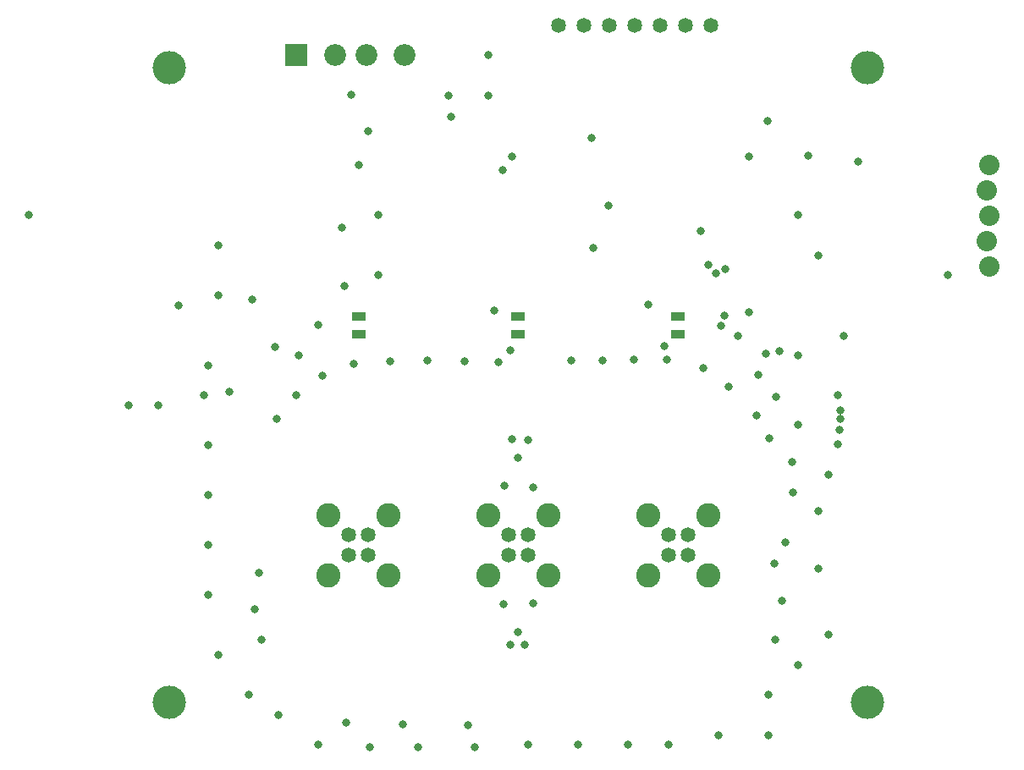
<source format=gbs>
G75*
%MOIN*%
%OFA0B0*%
%FSLAX24Y24*%
%IPPOS*%
%LPD*%
%AMOC8*
5,1,8,0,0,1.08239X$1,22.5*
%
%ADD10C,0.1310*%
%ADD11C,0.0953*%
%ADD12C,0.0585*%
%ADD13C,0.0800*%
%ADD14R,0.0532X0.0375*%
%ADD15R,0.0860X0.0860*%
%ADD16C,0.0860*%
%ADD17C,0.0330*%
D10*
X008851Y004589D03*
X036351Y004589D03*
X036351Y029589D03*
X008851Y029589D03*
D11*
X015121Y011971D03*
X017483Y011971D03*
X017483Y009609D03*
X015121Y009609D03*
X021420Y009609D03*
X023782Y009609D03*
X023782Y011971D03*
X021420Y011971D03*
X027719Y011971D03*
X030081Y011971D03*
X030081Y009609D03*
X027719Y009609D03*
D12*
X028506Y010396D03*
X029294Y010396D03*
X029294Y011184D03*
X028506Y011184D03*
X022995Y011184D03*
X022207Y011184D03*
X022207Y010396D03*
X022995Y010396D03*
X016695Y010396D03*
X015908Y010396D03*
X015908Y011184D03*
X016695Y011184D03*
X024176Y031262D03*
X025176Y031262D03*
X026176Y031262D03*
X027176Y031262D03*
X028176Y031262D03*
X029176Y031262D03*
X030176Y031262D03*
D13*
X041155Y025751D03*
X041055Y024751D03*
X041155Y023751D03*
X041055Y022751D03*
X041155Y021751D03*
D14*
X028900Y019806D03*
X028900Y019097D03*
X022601Y019097D03*
X022601Y019806D03*
X016302Y019806D03*
X016302Y019097D03*
D15*
X013850Y030081D03*
D16*
X015368Y030081D03*
X016606Y030081D03*
X018124Y030081D03*
D17*
X019845Y028506D03*
X019949Y027662D03*
X021420Y028506D03*
X021420Y030081D03*
X025474Y026815D03*
X022365Y026095D03*
X021968Y025563D03*
X026144Y024176D03*
X025555Y022481D03*
X027716Y020275D03*
X028351Y018640D03*
X028467Y018093D03*
X027148Y018093D03*
X025908Y018073D03*
X024688Y018073D03*
X022295Y018455D03*
X021814Y017995D03*
X020475Y018034D03*
X019018Y018054D03*
X017542Y018034D03*
X016105Y017916D03*
X014884Y017463D03*
X013940Y018270D03*
X013011Y018585D03*
X014727Y019451D03*
X015743Y020991D03*
X017089Y021420D03*
X015663Y023288D03*
X017089Y023782D03*
X016302Y025751D03*
X016694Y027100D03*
X016006Y028526D03*
X010790Y022601D03*
X010790Y020632D03*
X012116Y020458D03*
X009215Y020239D03*
X010396Y017877D03*
X010220Y016705D03*
X011231Y016818D03*
X013073Y015770D03*
X013841Y016695D03*
X010396Y014727D03*
X008428Y016302D03*
X007247Y016302D03*
X010396Y012758D03*
X010396Y010790D03*
X012384Y009707D03*
X012227Y008270D03*
X012483Y007050D03*
X010790Y006459D03*
X011971Y004884D03*
X013152Y004097D03*
X014727Y002916D03*
X015829Y003802D03*
X016735Y002837D03*
X018054Y003743D03*
X018644Y002817D03*
X020632Y003703D03*
X020869Y002837D03*
X022995Y002916D03*
X024963Y002916D03*
X026932Y002916D03*
X028506Y002916D03*
X030475Y003310D03*
X032443Y003310D03*
X032443Y004884D03*
X033625Y006066D03*
X032719Y007069D03*
X034806Y007247D03*
X032995Y008605D03*
X032680Y010062D03*
X033113Y010908D03*
X034431Y009851D03*
X034412Y012129D03*
X033408Y012877D03*
X033369Y014058D03*
X032483Y014983D03*
X031991Y015908D03*
X032765Y016623D03*
X032050Y017483D03*
X032349Y018335D03*
X032889Y018424D03*
X033625Y018270D03*
X035406Y019019D03*
X035199Y016695D03*
X035276Y016101D03*
X035271Y015751D03*
X035259Y015321D03*
X035198Y014746D03*
X034806Y013546D03*
X033625Y015514D03*
X030888Y017030D03*
X029884Y017758D03*
X031258Y019043D03*
X030571Y019419D03*
X030723Y019818D03*
X031668Y019963D03*
X030372Y021502D03*
X030761Y021664D03*
X030081Y021814D03*
X029773Y023154D03*
X031695Y026105D03*
X032404Y027483D03*
X034018Y026144D03*
X035974Y025908D03*
X033625Y023782D03*
X034412Y022207D03*
X039530Y021420D03*
X022974Y014939D03*
X022363Y014950D03*
X022601Y014215D03*
X022044Y013114D03*
X023174Y013078D03*
X023179Y008500D03*
X022029Y008452D03*
X022601Y007365D03*
X022836Y006863D03*
X022270Y006853D03*
X010396Y008821D03*
X021636Y020026D03*
X003310Y023782D03*
M02*

</source>
